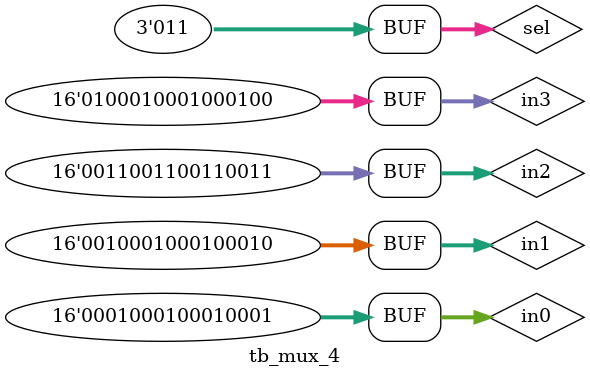
<source format=v>
`timescale 1ns / 1ps


module tb_mux_4;
//    input [2:0] sel,
//    input [15:0] in0,
//    input [15:0] in1,
//    input [15:0] in2,
//    input [15:0] in3,
//    output [15:0] result

    reg [2:0] sel;
    reg [15:0] in0;
    reg [15:0] in1;
    reg [15:0] in2;
    reg [15:0] in3;
    
    wire [15:0] result;
    
    mux_4 uut (
        .sel(sel),
        .in0(in0),
        .in1(in1),
        .in2(in2),
        .in3(in3),
        .result(result)
    );
    
    initial begin
        $display ("mux_4 Test Bench");
        
        in0 = 'h1111;
        in1 = 'h2222;
        in2 = 'h3333;
        in3 = 'h4444;
        
        sel = 0;
        #50
        if (result != 'h1111) $display("Test 0 FAIL");
        
        sel = 1;
        #50
        if (result != 'h2222) $display("Test 1 FAIL");
        
        sel = 2;
        #50
        if (result != 'h3333) $display("Test 3 FAIL");
        
        sel = 3;
        #50
        if (result != 'h4444) $display("Test 4 FAIL");
    
    end

endmodule

</source>
